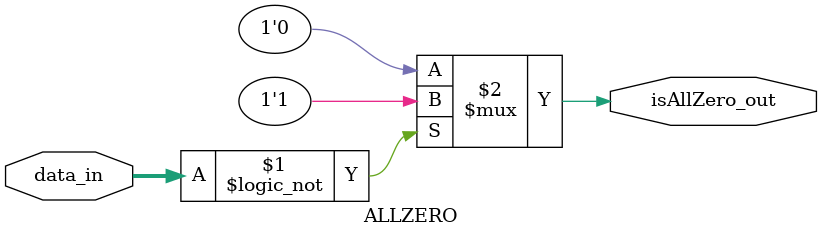
<source format=v>
module ALLZERO (
	input [255:0] data_in,

	output        isAllZero_out
);

	assign isAllZero_out = (data_in == 'd0) ? 1'b1 : 1'b0;

endmodule

</source>
